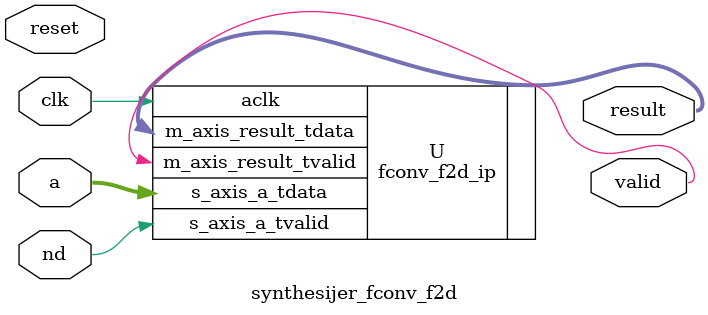
<source format=v>
`default_nettype none

module synthesijer_fconv_f2d
  (
   input wire 	      clk,
   input wire 	      reset,
   input wire [31:0]  a,
   input wire 	      nd,
   output wire [63:0] result,
   output wire 	      valid
   );

   fconv_f2d_ip U(.aclk(clk),
		  .s_axis_a_tdata(a),
		  .s_axis_a_tvalid(nd),
		  .m_axis_result_tvalid(valid),
		  .m_axis_result_tdata(result)
		  );

endmodule // synthesijer_fconv_f2d

`default_nettype wire

</source>
